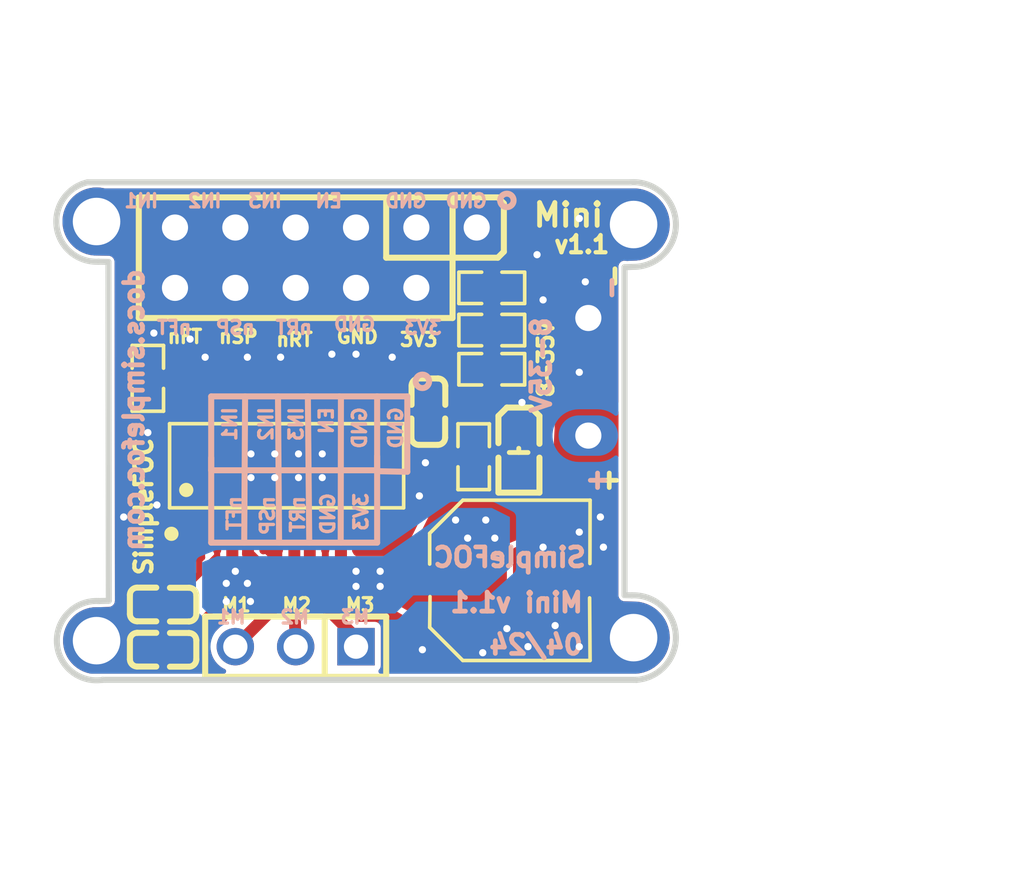
<source format=kicad_pcb>
(kicad_pcb (version 20240108) (generator "pcbnew") (generator_version "8.0")
  (layers (0 "F.Cu" signal "TopLayer") (31 "B.Cu" signal "BottomLayer") (34 "B.Paste" user "BottomPasteMaskLayer") (35 "F.Paste" user "TopPasteMaskLayer") (36 "B.SilkS" user "BottomSilkLayer") (37 "F.SilkS" user "TopSilkLayer") (38 "B.Mask" user "BottomSolderMaskLayer") (39 "F.Mask" user "TopSolderMaskLayer") (44 "Edge.Cuts" user "BoardOutLine"))
  (net 0 "")
  (net 1 "EN")
  (net 2 "R4_1")
  (net 3 "NSLP")
  (net 4 "NFLT")
  (net 5 "NRES")
  (net 6 "VCC")
  (net 7 "GND")
  (net 8 "3.3V")
  (net 9 "U1_5")
  (net 10 "U1_9")
  (net 11 "U1_8")
  (net 12 "IN1")
  (net 13 "U1_25")
  (net 14 "IN3")
  (net 15 "U1_2")
  (net 16 "LED1_1")
  (net 17 "U1_1")
  (net 18 "U1_3")
  (net 19 "U1_21")
  (net 20 "U1_19")
  (footprint "R0603" (layer "F.Cu") (at 137.714 100.287 -90)
    (property "Reference" "R4" (hide yes))
    (property "Value" "10kΩ" (hide yes))
    (fp_line (start -1.3851 0.6606) (end -1.3851 -0.6606) (stroke (width 0.1524)) (layer "F.SilkS"))
    (fp_line (start -0.4262 0.6606) (end -1.3851 0.6606) (stroke (width 0.1524)) (layer "F.SilkS"))
    (fp_line (start 0.4262 0.6606) (end 1.3851 0.6606) (stroke (width 0.1524)) (layer "F.SilkS"))
    (fp_line (start 1.3851 0.6606) (end 1.3851 -0.6606) (stroke (width 0.1524)) (layer "F.SilkS"))
    (fp_line (start -1.3851 -0.6606) (end -0.4262 -0.6606) (stroke (width 0.1524)) (layer "F.SilkS"))
    (fp_line (start 1.3851 -0.6606) (end 0.4262 -0.6606) (stroke (width 0.1524)) (layer "F.SilkS"))
    (pad "1" smd rect (at -0.7534 0 270) (size 0.8065 0.864) (layers "F.Cu" "F.Paste" "F.Mask") (net 2 "R4_1"))
    (pad "2" smd rect (at 0.7534 0 270) (size 0.8065 0.864) (layers "F.Cu" "F.Paste" "F.Mask") (net 1 "EN"))
  )
  (footprint "R0603" (layer "F.Cu") (at 151.43 103.589 90)
    (property "Reference" "R5" (hide yes))
    (property "Value" "1kΩ" (hide yes))
    (fp_line (start 1.3851 -0.6606) (end 0.4262 -0.6606) (stroke (width 0.1524)) (layer "F.SilkS"))
    (fp_line (start -1.3851 -0.6606) (end -0.4262 -0.6606) (stroke (width 0.1524)) (layer "F.SilkS"))
    (fp_line (start 1.3851 0.6606) (end 1.3851 -0.6606) (stroke (width 0.1524)) (layer "F.SilkS"))
    (fp_line (start 0.4262 0.6606) (end 1.3851 0.6606) (stroke (width 0.1524)) (layer "F.SilkS"))
    (fp_line (start -0.4262 0.6606) (end -1.3851 0.6606) (stroke (width 0.1524)) (layer "F.SilkS"))
    (fp_line (start -1.3851 0.6606) (end -1.3851 -0.6606) (stroke (width 0.1524)) (layer "F.SilkS"))
    (pad "1" smd rect (at -0.7534 0 90) (size 0.8065 0.864) (layers "F.Cu" "F.Paste" "F.Mask") (net 6 "VCC"))
    (pad "2" smd rect (at 0.7534 0 90) (size 0.8065 0.864) (layers "F.Cu" "F.Paste" "F.Mask") (net 16 "LED1_1"))
  )
  (footprint "Pad_gge5250" (layer "F.Cu") (at 158.161 111.209)
    (property "Reference" "Pad_gge5250" (hide yes))
    (property "Value" "Pad_gge5250" (hide yes))
    (pad "5" thru_hole oval (at 0 0 180) (size 2 2) (drill 2) (layers "*.Cu" "*.Mask") (net 7 "GND"))
  )
  (footprint "CAP-SMD_BD6.3-L6.6-W6.6-FD" (layer "F.Cu") (at 152.954 108.796)
    (property "Reference" "C3" (hide yes))
    (property "Value" "100uF" (hide yes))
    (fp_line (start -3.3762 -1.98) (end -3.3762 -0.6858) (stroke (width 0.1524)) (layer "F.SilkS"))
    (fp_line (start -3.3757 1.9812) (end -3.3623 0.6858) (stroke (width 0.1524)) (layer "F.SilkS"))
    (fp_line (start -1.9812 3.3757) (end -3.3757 1.9812) (stroke (width 0.1524)) (layer "F.SilkS"))
    (fp_line (start -1.98 -3.3762) (end -3.3762 -1.98) (stroke (width 0.1524)) (layer "F.SilkS"))
    (fp_line (start 3.3556 0.7393) (end 3.3757 3.3757) (stroke (width 0.1524)) (layer "F.SilkS"))
    (fp_line (start 3.3695 -0.7077) (end 3.3762 -3.3762) (stroke (width 0.1524)) (layer "F.SilkS"))
    (fp_line (start 3.3757 3.3757) (end -1.9812 3.3757) (stroke (width 0.1524)) (layer "F.SilkS"))
    (fp_line (start 3.3762 -3.3762) (end -1.98 -3.3762) (stroke (width 0.1524)) (layer "F.SilkS"))
    (pad "1" smd rect (at -2.67 0) (size 3.5 1.2) (layers "F.Cu" "F.Paste" "F.Mask") (net 6 "VCC"))
    (pad "2" smd rect (at 2.67 0) (size 3.5 1.2) (layers "F.Cu" "F.Paste" "F.Mask") (net 7 "GND"))
    (zone (net 0) (net_name "") (layer "F.SilkS") (priority 100) (connect_pads yes (clearance 0)) (min_thickness 0) (fill yes (thermal_gap 0.5) (thermal_bridge_width 0.5))
      (polygon (pts (xy 149.852 110.215) (xy 149.852 110.413) (xy 150.644 110.413) (xy 150.644 110.215)))
    )
    (zone (net 0) (net_name "") (layer "F.SilkS") (priority 100) (connect_pads yes (clearance 0)) (min_thickness 0) (fill yes (thermal_gap 0.5) (thermal_bridge_width 0.5))
      (polygon (pts (xy 150.149 109.654) (xy 150.149 110.974) (xy 150.347 110.974) (xy 150.347 109.654)))
    )
    (zone (net 0) (net_name "") (layer "F.SilkS") (priority 100) (connect_pads yes (clearance 0)) (min_thickness 0) (fill yes (thermal_gap 0.5) (thermal_bridge_width 0.5))
      (polygon (pts (xy 156.056 110.215) (xy 156.056 110.413) (xy 155.264 110.413) (xy 155.264 110.215)))
    )
  )
  (footprint "LED0603-R-RD" (layer "F.Cu") (at 153.335 103.335 -90)
    (property "Reference" "LED1" (hide yes))
    (property "Value" "19-213/Y2C-CQ2R2L/3T(CY)" (hide yes))
    (fp_line (start -1.4605 0.8636) (end -1.8161 0.508) (stroke (width 0.254)) (layer "F.SilkS"))
    (fp_line (start -0.3175 0.8636) (end -1.4605 0.8636) (stroke (width 0.254)) (layer "F.SilkS"))
    (fp_line (start 1.7653 0.8636) (end 0.2921 0.8636) (stroke (width 0.254)) (layer "F.SilkS"))
    (fp_line (start 1.7653 0.8636) (end 1.7653 -0.8636) (stroke (width 0.254)) (layer "F.SilkS"))
    (fp_line (start -1.8161 0.508) (end -1.8161 -0.508) (stroke (width 0.254)) (layer "F.SilkS"))
    (fp_line (start 0.0762 0.4064) (end 0.0762 -0.381) (stroke (width 0.203)) (layer "F.SilkS"))
    (fp_line (start 0.0762 0.008) (end -0.0992 0.008) (stroke (width 0.203)) (layer "F.SilkS"))
    (fp_line (start -1.8161 -0.508) (end -1.4605 -0.8636) (stroke (width 0.254)) (layer "F.SilkS"))
    (fp_line (start -0.2921 -0.8636) (end -1.4605 -0.8636) (stroke (width 0.254)) (layer "F.SilkS"))
    (fp_line (start 1.7653 -0.8636) (end 0.2921 -0.8636) (stroke (width 0.254)) (layer "F.SilkS"))
    (pad "1" smd rect (at 0.8509 0) (size 0.8 0.8) (layers "F.Cu" "F.Paste" "F.Mask") (net 16 "LED1_1"))
    (pad "2" smd rect (at -0.8509 0) (size 0.8 0.8) (layers "F.Cu" "F.Paste" "F.Mask") (net 7 "GND"))
  )
  (footprint "HDR-TH_3P-P2.54-V-F" (layer "F.Cu") (at 143.937 111.59 180)
    (property "Reference" "P1" (hide yes))
    (property "Value" "Header-Female-2.54_1x3" (hide yes))
    (fp_line (start 3.81 -1.27) (end 3.81 1.27) (stroke (width 0.254)) (layer "F.SilkS"))
    (fp_line (start -1.2216 -1.27) (end -1.2216 1.27) (stroke (width 0.254)) (layer "F.SilkS"))
    (fp_line (start -3.81 1.27) (end 3.81 1.27) (stroke (width 0.254)) (layer "F.SilkS"))
    (fp_line (start -3.81 -1.27) (end 3.81 -1.27) (stroke (width 0.254)) (layer "F.SilkS"))
    (fp_line (start -3.81 -1.27) (end -3.81 1.27) (stroke (width 0.254)) (layer "F.SilkS"))
    (pad "1" thru_hole rect (at -2.54 0 180) (size 1.5748 1.5748) (drill 1.02) (layers "*.Cu" "*.Mask") (net 10 "U1_9"))
    (pad "2" thru_hole oval (at 0 0 180) (size 1.5748 1.5748) (drill 1.02) (layers "*.Cu" "*.Mask") (net 11 "U1_8"))
    (pad "3" thru_hole oval (at 2.54 0 180) (size 1.5748 1.5748) (drill 1.02) (layers "*.Cu" "*.Mask") (net 9 "U1_5"))
  )
  (footprint "R0603" (layer "F.Cu") (at 152.192 98.255 180)
    (property "Reference" "R2" (hide yes))
    (property "Value" "10kΩ" (hide yes))
    (fp_line (start 1.3851 0.6606) (end 1.3851 -0.6606) (stroke (width 0.1524)) (layer "F.SilkS"))
    (fp_line (start 1.3851 -0.6606) (end 0.4262 -0.6606) (stroke (width 0.1524)) (layer "F.SilkS"))
    (fp_line (start 0.4262 0.6606) (end 1.3851 0.6606) (stroke (width 0.1524)) (layer "F.SilkS"))
    (fp_line (start -0.4262 0.6606) (end -1.3851 0.6606) (stroke (width 0.1524)) (layer "F.SilkS"))
    (fp_line (start -1.3851 0.6606) (end -1.3851 -0.6606) (stroke (width 0.1524)) (layer "F.SilkS"))
    (fp_line (start -1.3851 -0.6606) (end -0.4262 -0.6606) (stroke (width 0.1524)) (layer "F.SilkS"))
    (pad "1" smd rect (at -0.7534 0 180) (size 0.8065 0.864) (layers "F.Cu" "F.Paste" "F.Mask") (net 8 "3.3V"))
    (pad "2" smd rect (at 0.7534 0 180) (size 0.8065 0.864) (layers "F.Cu" "F.Paste" "F.Mask") (net 3 "NSLP"))
  )
  (footprint "Pad_gge7437" (layer "F.Cu") (at 158.161 93.81)
    (property "Reference" "Pad_gge7437" (hide yes))
    (property "Value" "Pad_gge7437" (hide yes))
    (pad "5" thru_hole oval (at 0 0 180) (size 2 2) (drill 2) (layers "*.Cu" "*.Mask") (net 7 "GND"))
  )
  (footprint "Pad_gge5124" (layer "F.Cu") (at 156.256 97.747)
    (property "Reference" "Pad_gge5124" (hide yes))
    (property "Value" "Pad_gge5124" (hide yes))
    (pad "2" thru_hole oval (at 0 0 90) (size 1.7 2.5) (drill 1.1) (layers "*.Cu" "*.Mask") (net 7 "GND"))
  )
  (footprint "Pad_gge5154" (layer "F.Cu") (at 156.256 102.7)
    (property "Reference" "Pad_gge5154" (hide yes))
    (property "Value" "Pad_gge5154" (hide yes))
    (pad "3" thru_hole oval (at 0 0 90) (size 1.7 2.5) (drill 1.1) (layers "*.Cu" "*.Mask") (net 6 "VCC"))
  )
  (footprint "HDR-TH_10P-P2.54-V-F-R2-C5-S2.54" (layer "F.Cu") (at 143.937 95.207 180)
    (property "Reference" "H1" (hide yes))
    (property "Value" "Female header2.54mm2*5p Straight" (hide yes))
    (fp_line (start 6.604 2.54) (end -6.604 2.54) (stroke (width 0.254)) (layer "F.SilkS"))
    (fp_line (start 6.604 -2.54) (end 6.604 2.54) (stroke (width 0.254)) (layer "F.SilkS"))
    (fp_line (start -3.81 2.54) (end -6.604 2.54) (stroke (width 0.254)) (layer "F.SilkS"))
    (fp_line (start -3.81 0) (end -3.81 2.54) (stroke (width 0.254)) (layer "F.SilkS"))
    (fp_line (start -6.604 2.54) (end -6.604 0) (stroke (width 0.254)) (layer "F.SilkS"))
    (fp_line (start -6.604 2.54) (end -6.604 -2.54) (stroke (width 0.254)) (layer "F.SilkS"))
    (fp_line (start -6.604 0) (end -3.81 0) (stroke (width 0.254)) (layer "F.SilkS"))
    (fp_line (start -6.604 -2.54) (end 6.604 -2.54) (stroke (width 0.254)) (layer "F.SilkS"))
    (pad "1" thru_hole oval (at -5.08 1.27 180) (size 1.5748 1.5748) (drill 1.1) (layers "*.Cu" "*.Mask") (net 7 "GND"))
    (pad "2" thru_hole oval (at -5.08 -1.27 180) (size 1.7 1.7) (drill 1.1) (layers "*.Cu" "*.Mask") (net 8 "3.3V"))
    (pad "3" thru_hole oval (at -2.54 1.27 180) (size 1.7 1.7) (drill 1.1) (layers "*.Cu" "*.Mask") (net 2 "R4_1"))
    (pad "4" thru_hole oval (at -2.54 -1.27 180) (size 1.7 1.7) (drill 1.1) (layers "*.Cu" "*.Mask") (net 7 "GND"))
    (pad "5" thru_hole oval (at 0 1.27 180) (size 1.7 1.7) (drill 1.1) (layers "*.Cu" "*.Mask") (net 14 "IN3"))
    (pad "6" thru_hole oval (at 0 -1.27 180) (size 1.7 1.7) (drill 1.1) (layers "*.Cu" "*.Mask") (net 5 "NRES"))
    (pad "7" thru_hole oval (at 2.54 1.27 180) (size 1.7 1.7) (drill 1.1) (layers "*.Cu" "*.Mask") (net 13 "U1_25"))
    (pad "8" thru_hole oval (at 2.54 -1.27 180) (size 1.7 1.7) (drill 1.1) (layers "*.Cu" "*.Mask") (net 3 "NSLP"))
    (pad "9" thru_hole oval (at 5.08 1.27 180) (size 1.7 1.7) (drill 1.1) (layers "*.Cu" "*.Mask") (net 12 "IN1"))
    (pad "10" thru_hole oval (at 5.08 -1.27 180) (size 1.7 1.7) (drill 1.1) (layers "*.Cu" "*.Mask") (net 4 "NFLT"))
  )
  (footprint "Pad_gge9415" (layer "F.Cu") (at 151.557 93.937)
    (property "Reference" "Pad_gge9415" (hide yes))
    (property "Value" "Pad_gge9415" (hide yes))
    (pad "1" thru_hole oval (at 0 0 180) (size 1.5748 1.5748) (drill 1.1) (layers "*.Cu" "*.Mask") (net 7 "GND"))
  )
  (footprint "R0603" (layer "F.Cu") (at 152.192 99.906 180)
    (property "Reference" "R3" (hide yes))
    (property "Value" "10kΩ" (hide yes))
    (fp_line (start 1.3851 0.6606) (end 1.3851 -0.6606) (stroke (width 0.1524)) (layer "F.SilkS"))
    (fp_line (start 1.3851 -0.6606) (end 0.4262 -0.6606) (stroke (width 0.1524)) (layer "F.SilkS"))
    (fp_line (start 0.4262 0.6606) (end 1.3851 0.6606) (stroke (width 0.1524)) (layer "F.SilkS"))
    (fp_line (start -0.4262 0.6606) (end -1.3851 0.6606) (stroke (width 0.1524)) (layer "F.SilkS"))
    (fp_line (start -1.3851 0.6606) (end -1.3851 -0.6606) (stroke (width 0.1524)) (layer "F.SilkS"))
    (fp_line (start -1.3851 -0.6606) (end -0.4262 -0.6606) (stroke (width 0.1524)) (layer "F.SilkS"))
    (pad "1" smd rect (at -0.7534 0 180) (size 0.8065 0.864) (layers "F.Cu" "F.Paste" "F.Mask") (net 8 "3.3V"))
    (pad "2" smd rect (at 0.7534 0 180) (size 0.8065 0.864) (layers "F.Cu" "F.Paste" "F.Mask") (net 5 "NRES"))
  )
  (footprint "HTSSOP-28_L9.8-W4.5-P0.65-LS6.6-BL-EP" (layer "F.Cu") (at 143.556 103.97)
    (property "Reference" "U1" (hide yes))
    (property "Value" "DRV8313PWPR" (hide yes))
    (fp_line (start -4.9262 -1.7715) (end 4.9262 -1.7715) (stroke (width 0.1524)) (layer "F.SilkS"))
    (fp_line (start -4.9262 1.7713) (end -4.9262 -1.7715) (stroke (width 0.1524)) (layer "F.SilkS"))
    (fp_line (start 4.9262 -1.7715) (end 4.9262 1.7713) (stroke (width 0.1524)) (layer "F.SilkS"))
    (fp_line (start 4.9262 1.7713) (end -4.9262 1.7713) (stroke (width 0.1524)) (layer "F.SilkS"))
    (fp_circle (center -4.8489 2.8659) (end -4.6988 2.8659) (stroke (width 0.3)) (fill none) (layer "F.SilkS"))
    (fp_circle (center -4.225 1.019) (end -4.0749 1.019) (stroke (width 0.3)) (fill none) (layer "F.SilkS"))
    (pad "" thru_hole circle (at -1.4999 -0.4999) (size 0.6 0.6) (drill 0.3) (layers "*.Cu" "*.Mask"))
    (pad "" thru_hole circle (at -1.4999 0.5001) (size 0.6 0.6) (drill 0.3) (layers "*.Cu" "*.Mask"))
    (pad "" thru_hole circle (at -0.4999 -0.4999) (size 0.6 0.6) (drill 0.3) (layers "*.Cu" "*.Mask"))
    (pad "" thru_hole circle (at -0.4999 0.5001) (size 0.6 0.6) (drill 0.3) (layers "*.Cu" "*.Mask"))
    (pad "" thru_hole circle (at 0.5001 -0.4999) (size 0.6 0.6) (drill 0.3) (layers "*.Cu" "*.Mask"))
    (pad "" thru_hole circle (at 0.5001 0.5001) (size 0.6 0.6) (drill 0.3) (layers "*.Cu" "*.Mask"))
    (pad "" thru_hole circle (at 1.5001 -0.4999) (size 0.6 0.6) (drill 0.3) (layers "*.Cu" "*.Mask"))
    (pad "" thru_hole circle (at 1.5001 0.5001) (size 0.6 0.6) (drill 0.3) (layers "*.Cu" "*.Mask"))
    (pad "1" smd oval (at -4.225 2.8659) (size 0.343 1.7315) (layers "F.Cu" "F.Paste" "F.Mask") (net 17 "U1_1"))
    (pad "2" smd oval (at -3.575 2.8659) (size 0.343 1.7315) (layers "F.Cu" "F.Paste" "F.Mask") (net 15 "U1_2"))
    (pad "3" smd oval (at -2.9251 2.8659) (size 0.343 1.7315) (layers "F.Cu" "F.Paste" "F.Mask") (net 18 "U1_3"))
    (pad "4" smd oval (at -2.2751 2.8659) (size 0.343 1.7315) (layers "F.Cu" "F.Paste" "F.Mask") (net 6 "VCC"))
    (pad "5" smd oval (at -1.6251 2.8659) (size 0.343 1.7315) (layers "F.Cu" "F.Paste" "F.Mask") (net 9 "U1_5"))
    (pad "6" smd oval (at -0.9751 2.8659) (size 0.343 1.7315) (layers "F.Cu" "F.Paste" "F.Mask") (net 7 "GND"))
    (pad "7" smd oval (at -0.3249 2.8659) (size 0.343 1.7315) (layers "F.Cu" "F.Paste" "F.Mask") (net 7 "GND"))
    (pad "8" smd oval (at 0.3251 2.8659) (size 0.343 1.7315) (layers "F.Cu" "F.Paste" "F.Mask") (net 11 "U1_8"))
    (pad "9" smd oval (at 0.9751 2.8659) (size 0.343 1.7315) (layers "F.Cu" "F.Paste" "F.Mask") (net 10 "U1_9"))
    (pad "10" smd oval (at 1.6251 2.8659) (size 0.343 1.7315) (layers "F.Cu" "F.Paste" "F.Mask") (net 7 "GND"))
    (pad "11" smd oval (at 2.2751 2.8659) (size 0.343 1.7315) (layers "F.Cu" "F.Paste" "F.Mask") (net 6 "VCC"))
    (pad "12" smd oval (at 2.9251 2.8659) (size 0.343 1.7315) (layers "F.Cu" "F.Paste" "F.Mask") (net 7 "GND"))
    (pad "13" smd oval (at 3.575 2.8659) (size 0.343 1.7315) (layers "F.Cu" "F.Paste" "F.Mask") (net 7 "GND"))
    (pad "14" smd oval (at 4.225 2.8659) (size 0.343 1.7315) (layers "F.Cu" "F.Paste" "F.Mask") (net 7 "GND"))
    (pad "15" smd oval (at 4.225 -2.8656) (size 0.343 1.7315) (layers "F.Cu" "F.Paste" "F.Mask") (net 8 "3.3V"))
    (pad "16" smd oval (at 3.575 -2.8656) (size 0.343 1.7315) (layers "F.Cu" "F.Paste" "F.Mask") (net 5 "NRES"))
    (pad "17" smd oval (at 2.9251 -2.8656) (size 0.343 1.7315) (layers "F.Cu" "F.Paste" "F.Mask") (net 3 "NSLP"))
    (pad "18" smd oval (at 2.2751 -2.8656) (size 0.343 1.7315) (layers "F.Cu" "F.Paste" "F.Mask") (net 4 "NFLT"))
    (pad "19" smd oval (at 1.6251 -2.8656) (size 0.343 1.7315) (layers "F.Cu" "F.Paste" "F.Mask") (net 20 "U1_19"))
    (pad "20" smd oval (at 0.9751 -2.8656) (size 0.343 1.7315) (layers "F.Cu" "F.Paste" "F.Mask") (net 7 "GND"))
    (pad "21" smd oval (at 0.3251 -2.8656) (size 0.343 1.7315) (layers "F.Cu" "F.Paste" "F.Mask") (net 19 "U1_21"))
    (pad "22" smd oval (at -0.3249 -2.8656) (size 0.343 1.7315) (layers "F.Cu" "F.Paste" "F.Mask") (net 1 "EN"))
    (pad "23" smd oval (at -0.9751 -2.8656) (size 0.343 1.7315) (layers "F.Cu" "F.Paste" "F.Mask") (net 14 "IN3"))
    (pad "24" smd oval (at -1.6251 -2.8656) (size 0.343 1.7315) (layers "F.Cu" "F.Paste" "F.Mask") (net 1 "EN"))
    (pad "25" smd oval (at -2.2751 -2.8656) (size 0.343 1.7315) (layers "F.Cu" "F.Paste" "F.Mask") (net 13 "U1_25"))
    (pad "26" smd oval (at -2.9251 -2.8656) (size 0.343 1.7315) (layers "F.Cu" "F.Paste" "F.Mask") (net 1 "EN"))
    (pad "27" smd oval (at -3.575 -2.8656) (size 0.343 1.7315) (layers "F.Cu" "F.Paste" "F.Mask") (net 12 "IN1"))
    (pad "28" smd oval (at -4.225 -2.8656) (size 0.343 1.7315) (layers "F.Cu" "F.Paste" "F.Mask") (net 7 "GND"))
    (pad "29" smd rect (at 0 0) (size 6.2 2.75) (layers "F.Cu" "F.Paste" "F.Mask") (net 7 "GND"))
  )
  (footprint "R0603" (layer "F.Cu") (at 152.192 96.477 180)
    (property "Reference" "R1" (hide yes))
    (property "Value" "10kΩ" (hide yes))
    (fp_line (start 1.3851 0.6606) (end 1.3851 -0.6606) (stroke (width 0.1524)) (layer "F.SilkS"))
    (fp_line (start 1.3851 -0.6606) (end 0.4262 -0.6606) (stroke (width 0.1524)) (layer "F.SilkS"))
    (fp_line (start 0.4262 0.6606) (end 1.3851 0.6606) (stroke (width 0.1524)) (layer "F.SilkS"))
    (fp_line (start -0.4262 0.6606) (end -1.3851 0.6606) (stroke (width 0.1524)) (layer "F.SilkS"))
    (fp_line (start -1.3851 0.6606) (end -1.3851 -0.6606) (stroke (width 0.1524)) (layer "F.SilkS"))
    (fp_line (start -1.3851 -0.6606) (end -0.4262 -0.6606) (stroke (width 0.1524)) (layer "F.SilkS"))
    (pad "1" smd rect (at -0.7534 0 180) (size 0.8065 0.864) (layers "F.Cu" "F.Paste" "F.Mask") (net 8 "3.3V"))
    (pad "2" smd rect (at 0.7534 0 180) (size 0.8065 0.864) (layers "F.Cu" "F.Paste" "F.Mask") (net 4 "NFLT"))
  )
  (footprint "C0603" (layer "F.Cu") (at 138.349 109.812 180)
    (property "Reference" "C1" (hide yes))
    (property "Value" "100nF" (hide yes))
    (fp_line (start 1.39 -0.3998) (end 1.39 0.4003) (stroke (width 0.254)) (layer "F.SilkS"))
    (fp_line (start 0.2803 0.71) (end 1.0802 0.71) (stroke (width 0.254)) (layer "F.SilkS"))
    (fp_line (start 0.2803 -0.7096) (end 1.0802 -0.7096) (stroke (width 0.254)) (layer "F.SilkS"))
    (fp_line (start -0.2956 0.7042) (end -1.0956 0.7042) (stroke (width 0.254)) (layer "F.SilkS"))
    (fp_line (start -0.2956 -0.7154) (end -1.0956 -0.7154) (stroke (width 0.254)) (layer "F.SilkS"))
    (fp_line (start -1.4055 -0.4056) (end -1.4055 0.3944) (stroke (width 0.254)) (layer "F.SilkS"))
    (fp_arc (start 1.39 0.4002) (mid 1.299262 0.619262) (end 1.0802 0.71) (stroke (width 0.254)) (layer "F.SilkS"))
    (fp_arc (start 1.0802 -0.7096) (mid 1.299262 -0.618862) (end 1.39 -0.3998) (stroke (width 0.254)) (layer "F.SilkS"))
    (fp_arc (start -1.0957 0.7042) (mid -1.314762 0.613462) (end -1.4055 0.3944) (stroke (width 0.254)) (layer "F.SilkS"))
    (fp_arc (start -1.4055 -0.4056) (mid -1.314762 -0.624662) (end -1.0957 -0.7154) (stroke (width 0.254)) (layer "F.SilkS"))
    (pad "1" smd rect (at -0.7 0 180) (size 0.8 0.9) (layers "F.Cu" "F.Paste" "F.Mask") (net 15 "U1_2"))
    (pad "2" smd rect (at 0.7 0 180) (size 0.8 0.9) (layers "F.Cu" "F.Paste" "F.Mask") (net 17 "U1_1"))
  )
  (footprint "Pad_gge5349" (layer "F.Cu") (at 135.555 111.336)
    (property "Reference" "Pad_gge5349" (hide yes))
    (property "Value" "Pad_gge5349" (hide yes))
    (pad "5" thru_hole oval (at 0 0 180) (size 2 2) (drill 2) (layers "*.Cu" "*.Mask") (net 7 "GND"))
  )
  (footprint "Pad_gge5325" (layer "F.Cu") (at 135.555 93.683)
    (property "Reference" "Pad_gge5325" (hide yes))
    (property "Value" "Pad_gge5325" (hide yes))
    (pad "5" thru_hole oval (at 0 0 180) (size 2 2) (drill 2) (layers "*.Cu" "*.Mask") (net 7 "GND"))
  )
  (footprint "C0603" (layer "F.Cu") (at 149.525 101.684 90)
    (property "Reference" "C4" (hide yes))
    (property "Value" "470nF" (hide yes))
    (fp_line (start -0.2956 -0.7154) (end -1.0956 -0.7154) (stroke (width 0.254)) (layer "F.SilkS"))
    (fp_line (start 0.2803 -0.7096) (end 1.0802 -0.7096) (stroke (width 0.254)) (layer "F.SilkS"))
    (fp_line (start -1.4055 -0.4056) (end -1.4055 0.3944) (stroke (width 0.254)) (layer "F.SilkS"))
    (fp_line (start 1.39 -0.3998) (end 1.39 0.4003) (stroke (width 0.254)) (layer "F.SilkS"))
    (fp_line (start -0.2956 0.7042) (end -1.0956 0.7042) (stroke (width 0.254)) (layer "F.SilkS"))
    (fp_line (start 0.2803 0.71) (end 1.0802 0.71) (stroke (width 0.254)) (layer "F.SilkS"))
    (fp_arc (start 1.0802 -0.7096) (mid 1.299262 -0.618862) (end 1.39 -0.3998) (stroke (width 0.254)) (layer "F.SilkS"))
    (fp_arc (start -1.4055 -0.4056) (mid -1.314762 -0.624662) (end -1.0957 -0.7154) (stroke (width 0.254)) (layer "F.SilkS"))
    (fp_arc (start 1.39 0.4002) (mid 1.299262 0.619262) (end 1.0802 0.71) (stroke (width 0.254)) (layer "F.SilkS"))
    (fp_arc (start -1.0957 0.7042) (mid -1.314762 0.613462) (end -1.4055 0.3944) (stroke (width 0.254)) (layer "F.SilkS"))
    (pad "1" smd rect (at -0.7 0 90) (size 0.8 0.9) (layers "F.Cu" "F.Paste" "F.Mask") (net 7 "GND"))
    (pad "2" smd rect (at 0.7 0 90) (size 0.8 0.9) (layers "F.Cu" "F.Paste" "F.Mask") (net 8 "3.3V"))
  )
  (footprint "C0603" (layer "F.Cu") (at 138.349 111.717 180)
    (property "Reference" "C2" (hide yes))
    (property "Value" "100nF" (hide yes))
    (fp_line (start 1.39 -0.3998) (end 1.39 0.4003) (stroke (width 0.254)) (layer "F.SilkS"))
    (fp_line (start 0.2803 0.71) (end 1.0802 0.71) (stroke (width 0.254)) (layer "F.SilkS"))
    (fp_line (start 0.2803 -0.7096) (end 1.0802 -0.7096) (stroke (width 0.254)) (layer "F.SilkS"))
    (fp_line (start -0.2956 0.7042) (end -1.0956 0.7042) (stroke (width 0.254)) (layer "F.SilkS"))
    (fp_line (start -0.2956 -0.7154) (end -1.0956 -0.7154) (stroke (width 0.254)) (layer "F.SilkS"))
    (fp_line (start -1.4055 -0.4056) (end -1.4055 0.3944) (stroke (width 0.254)) (layer "F.SilkS"))
    (fp_arc (start 1.39 0.4002) (mid 1.299262 0.619262) (end 1.0802 0.71) (stroke (width 0.254)) (layer "F.SilkS"))
    (fp_arc (start 1.0802 -0.7096) (mid 1.299262 -0.618862) (end 1.39 -0.3998) (stroke (width 0.254)) (layer "F.SilkS"))
    (fp_arc (start -1.0957 0.7042) (mid -1.314762 0.613462) (end -1.4055 0.3944) (stroke (width 0.254)) (layer "F.SilkS"))
    (fp_arc (start -1.4055 -0.4056) (mid -1.314762 -0.624662) (end -1.0957 -0.7154) (stroke (width 0.254)) (layer "F.SilkS"))
    (pad "1" smd rect (at -0.7 0 180) (size 0.8 0.9) (layers "F.Cu" "F.Paste" "F.Mask") (net 6 "VCC"))
    (pad "2" smd rect (at 0.7 0 180) (size 0.8 0.9) (layers "F.Cu" "F.Paste" "F.Mask") (net 18 "U1_3"))
  )
  (gr_circle (center 149.271 100.414) (end 149.555 100.414) (stroke (width 0.254)) (fill none) (layer "B.SilkS"))
  (gr_line (start 140.381 107.2085) (end 147.366 107.2085) (stroke (width 0.254)) (layer "B.SilkS"))
  (gr_line (start 145.842 101.1197) (end 145.8326 107.2085) (stroke (width 0.254)) (layer "B.SilkS"))
  (gr_line (start 147.366 107.2085) (end 147.366 101.049) (stroke (width 0.254)) (layer "B.SilkS"))
  (gr_line (start 140.381 103.6307) (end 140.381 104.1605) (stroke (width 0.254)) (layer "B.SilkS"))
  (gr_line (start 148.636 102.9291) (end 148.636 104.224) (stroke (width 0.254)) (layer "B.SilkS"))
  (gr_line (start 147.366 101.049) (end 140.381 101.049) (stroke (width 0.254)) (layer "B.SilkS"))
  (gr_line (start 144.3739 101.049) (end 144.4501 101.049) (stroke (width 0.254)) (layer "B.SilkS"))
  (gr_line (start 143.1932 101.049) (end 143.2385 107.2085) (stroke (width 0.254)) (layer "B.SilkS"))
  (gr_line (start 147.366 104.1605) (end 147.366 103.5672) (stroke (width 0.254)) (layer "B.SilkS"))
  (gr_line (start 140.381 101.049) (end 140.381 107.2085) (stroke (width 0.254)) (layer "B.SilkS"))
  (gr_line (start 148.636 104.224) (end 147.366 104.1991) (stroke (width 0.254)) (layer "B.SilkS"))
  (gr_circle (center 152.827 92.794) (end 153.111 92.794) (stroke (width 0.254)) (fill none) (layer "B.SilkS"))
  (gr_line (start 148.636 101.049) (end 148.636 102.9291) (stroke (width 0.254)) (layer "B.SilkS"))
  (gr_line (start 141.8085 101.049) (end 141.7708 107.2085) (stroke (width 0.254)) (layer "B.SilkS"))
  (gr_line (start 144.4501 101.049) (end 144.5085 107.2085) (stroke (width 0.254)) (layer "B.SilkS"))
  (gr_line (start 140.381 104.1605) (end 147.366 104.1605) (stroke (width 0.254)) (layer "B.SilkS"))
  (gr_line (start 147.366 101.049) (end 148.636 101.049) (stroke (width 0.254)) (layer "B.SilkS"))
  (gr_line (start 145.7713 101.049) (end 145.842 101.1197) (stroke (width 0.254)) (layer "B.SilkS"))
  (gr_line (start 152.7 94.953) (end 152.446 95.207) (stroke (width 0.254)) (layer "F.SilkS"))
  (gr_line (start 152.446 95.207) (end 150.541 95.207) (stroke (width 0.254)) (layer "F.SilkS"))
  (gr_line (start 152.7 92.921) (end 152.7 94.953) (stroke (width 0.254)) (layer "F.SilkS"))
  (gr_line (start 150.541 92.667) (end 152.446 92.667) (stroke (width 0.254)) (layer "F.SilkS"))
  (gr_line (start 152.446 92.667) (end 152.7 92.921) (stroke (width 0.254)) (layer "F.SilkS"))
  (gr_line (start 135.647654 109.668098) (end 136.0706 109.6571) (stroke (width 0.254)) (layer "Edge.Cuts"))
  (gr_line (start 158.034083 92.032) (end 135.174043 92.032) (stroke (width 0.254)) (layer "Edge.Cuts"))
  (gr_arc (start 158.085422 109.428143) (mid 159.940575 111.107705) (end 158.288071 112.987) (stroke (width 0.254)) (layer "Edge.Cuts"))
  (gr_arc (start 135.632828 95.375566) (mid 133.876379 93.913317) (end 135.174043 92.032) (stroke (width 0.254)) (layer "Edge.Cuts"))
  (gr_line (start 158.085422 109.428143) (end 157.78 109.4208) (stroke (width 0.254)) (layer "Edge.Cuts"))
  (gr_line (start 136.0554 95.3823) (end 136.0706 109.6571) (stroke (width 0.254)) (layer "Edge.Cuts"))
  (gr_arc (start 135.809138 112.987) (mid 133.886414 111.417172) (end 135.647654 109.668098) (stroke (width 0.254)) (layer "Edge.Cuts"))
  (gr_line (start 158.14837 95.592403) (end 157.78 95.6083) (stroke (width 0.254)) (layer "Edge.Cuts"))
  (gr_arc (start 158.034083 92.032) (mid 159.942609 93.752773) (end 158.14837 95.592403) (stroke (width 0.254)) (layer "Edge.Cuts"))
  (gr_line (start 135.632828 95.375566) (end 136.0554 95.3823) (stroke (width 0.254)) (layer "Edge.Cuts"))
  (gr_line (start 157.78 95.6083) (end 157.78 109.4208) (stroke (width 0.254)) (layer "Edge.Cuts"))
  (gr_line (start 135.809138 112.987) (end 158.288071 112.987) (stroke (width 0.254)) (layer "Edge.Cuts"))
  (gr_text "IN2" (at 140.889 92.488 0) (layer "B.SilkS") (effects (font (size 0.56 0.56) (thickness 0.2032)) (justify left top mirror)))
  (gr_text "04/24" (at 156.129 111.044 0) (layer "B.SilkS") (effects (font (size 0.8 0.8) (thickness 0.2032)) (justify left top mirror)))
  (gr_text "M3" (at 147.112 110.014 0) (layer "B.SilkS") (effects (font (size 0.56 0.56) (thickness 0.2032)) (justify left top mirror)))
  (gr_text "IN1" (at 140.837 101.43 90) (layer "B.SilkS") (effects (font (size 0.56 0.56) (thickness 0.2032)) (justify left top mirror)))
  (gr_text "-" (at 156.726 95.842 90) (layer "B.SilkS") (effects (font (size 0.8 0.8) (thickness 0.2032)) (justify left top mirror)))
  (gr_text "8-35V" (at 153.805 97.62 90) (layer "B.SilkS") (effects (font (size 0.8 0.8) (thickness 0.2032)) (justify left top mirror)))
  (gr_text "nRT" (at 143.6945 105.1765 90) (layer "B.SilkS") (effects (font (size 0.56 0.56) (thickness 0.2032)) (justify left top mirror)))
  (gr_text "IN2" (at 142.361 101.43 90) (layer "B.SilkS") (effects (font (size 0.56 0.56) (thickness 0.2032)) (justify left top mirror)))
  (gr_text "+" (at 157.272 104.059 0) (layer "B.SilkS") (effects (font (size 0.8 0.8) (thickness 0.2032)) (justify left top mirror)))
  (gr_text "GND" (at 144.9645 105.0495 90) (layer "B.SilkS") (effects (font (size 0.56 0.56) (thickness 0.2032)) (justify left top mirror)))
  (gr_text "M2" (at 144.572 110.014 0) (layer "B.SilkS") (effects (font (size 0.56 0.56) (thickness 0.2032)) (justify left top mirror)))
  (gr_text "GND" (at 146.298 101.43 90) (layer "B.SilkS") (effects (font (size 0.56 0.56) (thickness 0.2032)) (justify left top mirror)))
  (gr_text "GND" (at 149.525 92.488 0) (layer "B.SilkS") (effects (font (size 0.56 0.56) (thickness 0.2032)) (justify left top mirror)))
  (gr_text "M1" (at 141.905 110.014 0) (layer "B.SilkS") (effects (font (size 0.56 0.56) (thickness 0.2032)) (justify left top mirror)))
  (gr_text "IN3" (at 143.631 101.43 90) (layer "B.SilkS") (effects (font (size 0.56 0.56) (thickness 0.2032)) (justify left top mirror)))
  (gr_text "3V3" (at 146.3615 105.0495 90) (layer "B.SilkS") (effects (font (size 0.56 0.56) (thickness 0.2032)) (justify left top mirror)))
  (gr_text "GND" (at 147.822 101.43 90) (layer "B.SilkS") (effects (font (size 0.56 0.56) (thickness 0.2032)) (justify left top mirror)))
  (gr_text "nSP" (at 142.286 97.822 0) (layer "B.SilkS") (effects (font (size 0.56 0.56) (thickness 0.2032)) (justify left top mirror)))
  (gr_text "Mini v1.1" (at 156.129 109.266 0) (layer "B.SilkS") (effects (font (size 0.8 0.8) (thickness 0.2032)) (justify left top mirror)))
  (gr_text "nRT" (at 144.699 97.822 0) (layer "B.SilkS") (effects (font (size 0.56 0.56) (thickness 0.2032)) (justify left top mirror)))
  (gr_text "nFT" (at 139.619 97.822 0) (layer "B.SilkS") (effects (font (size 0.56 0.56) (thickness 0.2032)) (justify left top mirror)))
  (gr_text "IN1" (at 138.222 92.488 0) (layer "B.SilkS") (effects (font (size 0.56 0.56) (thickness 0.2032)) (justify left top mirror)))
  (gr_text "SimpleFOC" (at 156.256 107.361 0) (layer "B.SilkS") (effects (font (size 0.8 0.8) (thickness 0.2032)) (justify left top mirror)))
  (gr_text "3V3" (at 150.16 97.822 0) (layer "B.SilkS") (effects (font (size 0.56 0.56) (thickness 0.2032)) (justify left top mirror)))
  (gr_text "EN" (at 144.901 101.43 90) (layer "B.SilkS") (effects (font (size 0.56 0.56) (thickness 0.2032)) (justify left top mirror)))
  (gr_text "GND" (at 152.065 92.488 0) (layer "B.SilkS") (effects (font (size 0.56 0.56) (thickness 0.2032)) (justify left top mirror)))
  (gr_text "IN3" (at 143.429 92.488 0) (layer "B.SilkS") (effects (font (size 0.56 0.56) (thickness 0.2032)) (justify left top mirror)))
  (gr_text "nFT" (at 141.0275 105.1765 90) (layer "B.SilkS") (effects (font (size 0.56 0.56) (thickness 0.2032)) (justify left top mirror)))
  (gr_text "EN" (at 145.969 92.488 0) (layer "B.SilkS") (effects (font (size 0.56 0.56) (thickness 0.2032)) (justify left top mirror)))
  (gr_text "nSP" (at 142.4245 105.1765 90) (layer "B.SilkS") (effects (font (size 0.56 0.56) (thickness 0.2032)) (justify left top mirror)))
  (gr_text "docs.simplefoc.com" (at 136.66 95.588 90) (layer "B.SilkS") (effects (font (size 0.8 0.8) (thickness 0.2032)) (justify left top mirror)))
  (gr_text "GND" (at 147.366 97.695 0) (layer "B.SilkS") (effects (font (size 0.56 0.56) (thickness 0.2032)) (justify left top mirror)))
  (gr_text "nFT" (at 138.476 98.203 0) (layer "F.SilkS") (effects (font (size 0.56 0.56) (thickness 0.2032)) (justify left top)))
  (gr_text "+" (at 156.51 104.059 0) (layer "F.SilkS") (effects (font (size 0.8 0.8) (thickness 0.2032)) (justify left top)))
  (gr_text "nSP" (at 140.635 98.203 0) (layer "F.SilkS") (effects (font (size 0.56 0.56) (thickness 0.2032)) (justify left top)))
  (gr_text "M3" (at 145.969 109.506 0) (layer "F.SilkS") (effects (font (size 0.56 0.56) (thickness 0.2032)) (justify left top)))
  (gr_text "nRT" (at 143.048 98.33 0) (layer "F.SilkS") (effects (font (size 0.56 0.56) (thickness 0.2032)) (justify left top)))
  (gr_text "-" (at 156.853 96.604 90) (layer "F.SilkS") (effects (font (size 0.8 0.8) (thickness 0.2032)) (justify left top)))
  (gr_text "8-35V" (at 154.092 101.176 90) (layer "F.SilkS") (effects (font (size 0.64 0.64) (thickness 0.2032)) (justify left top)))
  (gr_text "M1" (at 140.762 109.506 0) (layer "F.SilkS") (effects (font (size 0.56 0.56) (thickness 0.2032)) (justify left top)))
  (gr_text "M2" (at 143.302 109.506 0) (layer "F.SilkS") (effects (font (size 0.56 0.56) (thickness 0.2032)) (justify left top)))
  (gr_text "GND" (at 145.588 98.203 0) (layer "F.SilkS") (effects (font (size 0.56 0.56) (thickness 0.2032)) (justify left top)))
  (gr_text "3V3" (at 148.255 98.33 0) (layer "F.SilkS") (effects (font (size 0.56 0.56) (thickness 0.2032)) (justify left top)))
  (gr_text "v1.1" (at 154.732 94.233 0) (layer "F.SilkS") (effects (font (size 0.72 0.72) (thickness 0.2032)) (justify left top)))
  (gr_text "SimpleFOC" (at 137.121 108.669 90) (layer "F.SilkS") (effects (font (size 0.72 0.72) (thickness 0.2032)) (justify left top)))
  (gr_text "Mini" (at 153.843 92.85 0) (layer "F.SilkS") (effects (font (size 0.96 0.96) (thickness 0.2032)) (justify left top)))
  (segment (start 140.6309 99.9019) (end 140.127 99.398) (width 0.254) (layer "F.Cu") (net 1))
  (segment (start 141.905 99.398) (end 141.9309 99.4239) (width 0.254) (layer "F.Cu") (net 1))
  (segment (start 143.2312 99.4688) (end 143.2312 101.1044) (width 0.254) (layer "F.Cu") (net 1))
  (segment (start 143.302 99.398) (end 143.2312 99.4688) (width 0.254) (layer "F.Cu") (net 1))
  (segment (start 140.6309 101.1044) (end 140.6309 99.9019) (width 0.254) (layer "F.Cu") (net 1))
  (segment (start 141.9309 99.4239) (end 141.9309 101.1044) (width 0.254) (layer "F.Cu") (net 1))
  (segment (start 137.714 102.573) (end 137.714 101.0404) (width 0.254) (layer "F.Cu") (net 1))
  (via (at 137.714 102.573) (size 0.6096) (drill 0.3048) (layers "F.Cu" "B.Cu") (net 1))
  (via (at 140.127 99.398) (size 0.6096) (drill 0.3048) (layers "F.Cu" "B.Cu") (net 1))
  (via (at 143.302 99.398) (size 0.6096) (drill 0.3048) (layers "F.Cu" "B.Cu") (net 1))
  (via (at 141.905 99.398) (size 0.6096) (drill 0.3048) (layers "F.Cu" "B.Cu") (net 1))
  (segment (start 140.127 99.398) (end 137.714 101.811) (width 0.254) (layer "B.Cu") (net 1))
  (segment (start 140.254 99.398) (end 140.127 99.398) (width 0.254) (layer "B.Cu") (net 1))
  (segment (start 141.905 99.398) (end 140.254 99.398) (width 0.254) (layer "B.Cu") (net 1))
  (segment (start 137.714 101.811) (end 137.714 102.573) (width 0.254) (layer "B.Cu") (net 1))
  (segment (start 141.905 99.398) (end 143.302 99.398) (width 0.254) (layer "B.Cu") (net 1))
  (segment (start 137.968 98.382) (end 137.968 99.525) (width 0.254) (layer "F.Cu") (net 2))
  (segment (start 137.968 99.525) (end 137.714 99.525) (width 0.254) (layer "F.Cu") (net 2))
  (via (at 137.968 98.382) (size 0.6096) (drill 0.3048) (layers "F.Cu" "B.Cu") (net 2))
  (segment (start 146.477 93.937) (end 145.207 95.207) (width 0.254) (layer "B.Cu") (net 2))
  (segment (start 145.207 95.207) (end 138.095 95.207) (width 0.254) (layer "B.Cu") (net 2))
  (segment (start 137.333 97.747) (end 137.968 98.382) (width 0.254) (layer "B.Cu") (net 2))
  (segment (start 137.333 95.969) (end 137.333 97.747) (width 0.254) (layer "B.Cu") (net 2))
  (segment (start 138.095 95.207) (end 137.333 95.969) (width 0.254) (layer "B.Cu") (net 2))
  (segment (start 146.4821 101.1049) (end 146.477 101.0998) (width 0.254) (layer "F.Cu") (net 3))
  (segment (start 151.1846 98.509) (end 147.239 98.509) (width 0.254) (layer "F.Cu") (net 3))
  (segment (start 147.239 98.509) (end 146.477 99.271) (width 0.254) (layer "F.Cu") (net 3))
  (segment (start 146.477 101.0998) (end 146.477 99.271) (width 0.254) (layer "F.Cu") (net 3))
  (segment (start 151.4386 98.255) (end 151.1846 98.509) (width 0.254) (layer "F.Cu") (net 3))
  (via (at 146.477 99.271) (size 0.6096) (drill 0.3048) (layers "F.Cu" "B.Cu") (net 3))
  (segment (start 141.397 96.477) (end 142.667 97.747) (width 0.254) (layer "B.Cu") (net 3))
  (segment (start 142.667 97.747) (end 144.445 97.747) (width 0.254) (layer "B.Cu") (net 3))
  (segment (start 144.953 98.255) (end 145.969 98.255) (width 0.254) (layer "B.Cu") (net 3))
  (segment (start 144.445 97.747) (end 144.953 98.255) (width 0.254) (layer "B.Cu") (net 3))
  (segment (start 146.477 98.763) (end 146.477 99.271) (width 0.254) (layer "B.Cu") (net 3))
  (segment (start 145.969 98.255) (end 146.477 98.763) (width 0.254) (layer "B.Cu") (net 3))
  (segment (start 145.461 99.271) (end 145.8318 99.6418) (width 0.254) (layer "F.Cu") (net 4))
  (segment (start 145.588 98.509) (end 146.096 98.001) (width 0.254) (layer "F.Cu") (net 4))
  (segment (start 145.461 99.271) (end 145.588 99.144) (width 0.254) (layer "F.Cu") (net 4))
  (segment (start 150.541 97.366) (end 150.541 96.858) (width 0.254) (layer "F.Cu") (net 4))
  (segment (start 145.588 99.144) (end 145.588 98.509) (width 0.254) (layer "F.Cu") (net 4))
  (segment (start 149.906 98.001) (end 150.541 97.366) (width 0.254) (layer "F.Cu") (net 4))
  (segment (start 150.541 96.858) (end 150.795 96.477) (width 0.254) (layer "F.Cu") (net 4))
  (segment (start 150.795 96.477) (end 151.4386 96.477) (width 0.254) (layer "F.Cu") (net 4))
  (segment (start 145.8318 99.6418) (end 145.8318 101.1049) (width 0.254) (layer "F.Cu") (net 4))
  (segment (start 146.096 98.001) (end 149.906 98.001) (width 0.254) (layer "F.Cu") (net 4))
  (via (at 145.461 99.271) (size 0.6096) (drill 0.3048) (layers "F.Cu" "B.Cu") (net 4))
  (segment (start 144.953 99.271) (end 143.8367 98.1547) (width 0.254) (layer "B.Cu") (net 4))
  (segment (start 140.5347 98.1547) (end 138.857 96.477) (width 0.254) (layer "B.Cu") (net 4))
  (segment (start 143.8367 98.1547) (end 140.5347 98.1547) (width 0.254) (layer "B.Cu") (net 4))
  (segment (start 145.461 99.271) (end 144.953 99.271) (width 0.254) (layer "B.Cu") (net 4))
  (segment (start 148.001 99.398) (end 150.287 99.398) (width 0.254) (layer "F.Cu") (net 5))
  (segment (start 147.1323 99.8857) (end 147.1323 101.1049) (width 0.254) (layer "F.Cu") (net 5))
  (segment (start 147.62 99.398) (end 147.1323 99.8857) (width 0.254) (layer "F.Cu") (net 5))
  (segment (start 150.287 99.398) (end 150.795 99.906) (width 0.254) (layer "F.Cu") (net 5))
  (segment (start 148.001 99.398) (end 147.62 99.398) (width 0.254) (layer "F.Cu") (net 5))
  (segment (start 150.795 99.906) (end 151.4376 99.906) (width 0.254) (layer "F.Cu") (net 5))
  (via (at 148.001 99.398) (size 0.6096) (drill 0.3048) (layers "F.Cu" "B.Cu") (net 5))
  (segment (start 143.937 96.477) (end 145.207 97.747) (width 0.254) (layer "B.Cu") (net 5))
  (segment (start 148.001 99.0679) (end 148.001 99.398) (width 0.254) (layer "B.Cu") (net 5))
  (segment (start 145.207 97.747) (end 146.6801 97.747) (width 0.254) (layer "B.Cu") (net 5))
  (segment (start 146.6801 97.747) (end 148.001 99.0679) (width 0.254) (layer "B.Cu") (net 5))
  (segment (start 141.016 110.32) (end 139.619 111.717) (width 0.254) (layer "F.Cu") (net 6))
  (segment (start 141.016 109.685) (end 141.016 110.32) (width 0.254) (layer "F.Cu") (net 6))
  (segment (start 139.619 111.717) (end 139.049 111.717) (width 0.254) (layer "F.Cu") (net 6))
  (via (at 146.477 108.415) (size 0.6096) (drill 0.3048) (layers "F.Cu" "B.Cu") (net 6))
  (via (at 152.319 107.018) (size 0.6096) (drill 0.3048) (layers "F.Cu" "B.Cu") (net 6))
  (via (at 147.493 109.05) (size 0.6096) (drill 0.3048) (layers "F.Cu" "B.Cu") (net 6))
  (via (at 151.938 106.256) (size 0.6096) (drill 0.3048) (layers "F.Cu" "B.Cu") (net 6))
  (via (at 141.016 108.923) (size 0.6096) (drill 0.3048) (layers "F.Cu" "B.Cu") (net 6))
  (via (at 151.176 107.018) (size 0.6096) (drill 0.3048) (layers "F.Cu" "B.Cu") (net 6))
  (via (at 146.477 109.05) (size 0.6096) (drill 0.3048) (layers "F.Cu" "B.Cu") (net 6))
  (via (at 141.905 108.923) (size 0.6096) (drill 0.3048) (layers "F.Cu" "B.Cu") (net 6))
  (via (at 141.397 108.415) (size 0.6096) (drill 0.3048) (layers "F.Cu" "B.Cu") (net 6))
  (via (at 147.493 108.415) (size 0.6096) (drill 0.3048) (layers "F.Cu" "B.Cu") (net 6))
  (via (at 141.016 109.685) (size 0.6096) (drill 0.3048) (layers "F.Cu" "B.Cu") (net 6))
  (via (at 142.032 109.685) (size 0.6096) (drill 0.3048) (layers "F.Cu" "B.Cu") (net 6))
  (via (at 150.668 106.256) (size 0.6096) (drill 0.3048) (layers "F.Cu" "B.Cu") (net 6))
  (via (at 155.875 93.556) (size 0.6096) (drill 0.3048) (layers "F.Cu" "B.Cu") (net 7))
  (via (at 156.764 106.129) (size 0.6096) (drill 0.3048) (layers "F.Cu" "B.Cu") (net 7))
  (via (at 154.351 96.985) (size 0.6096) (drill 0.3048) (layers "F.Cu" "B.Cu") (net 7))
  (via (at 155.875 106.764) (size 0.6096) (drill 0.3048) (layers "F.Cu" "B.Cu") (net 7))
  (via (at 154.859 110.701) (size 0.6096) (drill 0.3048) (layers "F.Cu" "B.Cu") (net 7))
  (via (at 155.875 100.033) (size 0.6096) (drill 0.3048) (layers "F.Cu" "B.Cu") (net 7))
  (via (at 155.875 111.59) (size 0.6096) (drill 0.3048) (layers "F.Cu" "B.Cu") (net 7))
  (via (at 154.097 95.08) (size 0.6096) (drill 0.3048) (layers "F.Cu" "B.Cu") (net 7))
  (via (at 149.398 103.843) (size 0.6096) (drill 0.3048) (layers "F.Cu" "B.Cu") (net 7))
  (via (at 138.095 105.621) (size 0.6096) (drill 0.3048) (layers "F.Cu" "B.Cu") (net 7))
  (via (at 151.811 111.844) (size 0.6096) (drill 0.3048) (layers "F.Cu" "B.Cu") (net 7))
  (via (at 149.271 111.717) (size 0.6096) (drill 0.3048) (layers "F.Cu" "B.Cu") (net 7))
  (via (at 152.827 110.828) (size 0.6096) (drill 0.3048) (layers "F.Cu" "B.Cu") (net 7))
  (via (at 156.129 96.223) (size 0.6096) (drill 0.3048) (layers "F.Cu" "B.Cu") (net 7))
  (via (at 149.144 105.24) (size 0.6096) (drill 0.3048) (layers "F.Cu" "B.Cu") (net 7))
  (via (at 153.462 101.303) (size 0.6096) (drill 0.3048) (layers "F.Cu" "B.Cu") (net 7))
  (via (at 154.351 107.399) (size 0.6096) (drill 0.3048) (layers "F.Cu" "B.Cu") (net 7))
  (via (at 153.716 111.59) (size 0.6096) (drill 0.3048) (layers "F.Cu" "B.Cu") (net 7))
  (via (at 139.492 98.636) (size 0.6096) (drill 0.3048) (layers "F.Cu" "B.Cu") (net 7))
  (via (at 156.891 107.399) (size 0.6096) (drill 0.3048) (layers "F.Cu" "B.Cu") (net 7))
  (via (at 136.698 106.129) (size 0.6096) (drill 0.3048) (layers "F.Cu" "B.Cu") (net 7))
  (segment (start 151.8339 100.983) (end 149.525 100.983) (width 0.5) (layer "F.Cu") (net 8))
  (segment (start 152.6822 95.334) (end 152.954 95.715) (width 0.5) (layer "F.Cu") (net 8))
  (segment (start 152.9454 99.906) (end 152.9453 99.906) (width 0.5) (layer "F.Cu") (net 8))
  (segment (start 152.9464 100.4216) (end 152.385 100.983) (width 0.5) (layer "F.Cu") (net 8))
  (segment (start 149.017 96.477) (end 150.16 95.334) (width 0.5) (layer "F.Cu") (net 8))
  (segment (start 147.781 100.984) (end 147.78 100.983) (width 0.5) (layer "F.Cu") (net 8))
  (segment (start 152.9454 98.255) (end 152.9454 99.906) (width 0.5) (layer "F.Cu") (net 8))
  (segment (start 149.525 100.984) (end 147.781 100.984) (width 0.5) (layer "F.Cu") (net 8))
  (segment (start 152.385 100.983) (end 151.8339 100.983) (width 0.5) (layer "F.Cu") (net 8))
  (segment (start 152.9454 96.477) (end 152.9454 98.255) (width 0.5) (layer "F.Cu") (net 8))
  (segment (start 152.954 95.715) (end 152.9464 96.477) (width 0.5) (layer "F.Cu") (net 8))
  (segment (start 150.16 95.334) (end 152.6822 95.334) (width 0.5) (layer "F.Cu") (net 8))
  (segment (start 152.9454 98.255) (end 152.9453 98.255) (width 0.5) (layer "F.Cu") (net 8))
  (segment (start 152.9464 99.906) (end 152.9464 100.4216) (width 0.5) (layer "F.Cu") (net 8))
  (segment (start 141.9304 107.6784) (end 142.921 108.669) (width 0.5) (layer "F.Cu") (net 9))
  (segment (start 142.921 110.066) (end 141.397 111.59) (width 0.5) (layer "F.Cu") (net 9))
  (segment (start 142.921 108.669) (end 142.921 110.066) (width 0.5) (layer "F.Cu") (net 9))
  (segment (start 141.9304 106.8351) (end 141.9304 107.6784) (width 0.5) (layer "F.Cu") (net 9))
  (segment (start 144.5314 106.8351) (end 144.5314 109.2634) (width 0.5) (layer "F.Cu") (net 10))
  (segment (start 144.5314 109.2634) (end 146.477 111.209) (width 0.5) (layer "F.Cu") (net 10))
  (segment (start 146.477 111.209) (end 146.477 111.59) (width 0.5) (layer "F.Cu") (net 10))
  (segment (start 143.8811 106.8351) (end 143.8811 109.6291) (width 0.5) (layer "F.Cu") (net 11))
  (segment (start 143.8811 109.6291) (end 143.937 111.59) (width 0.5) (layer "F.Cu") (net 11))
  (segment (start 138.857 93.937) (end 137.46 95.334) (width 0.254) (layer "F.Cu") (net 12))
  (segment (start 138.73 98.89) (end 139.981 100.141) (width 0.254) (layer "F.Cu") (net 12))
  (segment (start 139.981 100.141) (end 139.981 101.1044) (width 0.254) (layer "F.Cu") (net 12))
  (segment (start 137.46 96.985) (end 138.73 98.255) (width 0.254) (layer "F.Cu") (net 12))
  (segment (start 138.73 98.255) (end 138.73 98.89) (width 0.254) (layer "F.Cu") (net 12))
  (segment (start 137.46 95.334) (end 137.46 96.985) (width 0.254) (layer "F.Cu") (net 12))
  (segment (start 140.127 95.207) (end 140.127 97.62) (width 0.254) (layer "F.Cu") (net 13))
  (segment (start 140.127 97.62) (end 141.2809 98.7739) (width 0.254) (layer "F.Cu") (net 13))
  (segment (start 141.397 93.937) (end 140.127 95.207) (width 0.254) (layer "F.Cu") (net 13))
  (segment (start 141.2809 98.7739) (end 141.2809 101.1044) (width 0.254) (layer "F.Cu") (net 13))
  (segment (start 142.5809 95.2931) (end 142.5809 101.1044) (width 0.254) (layer "F.Cu") (net 14))
  (segment (start 143.937 93.937) (end 142.5809 95.2931) (width 0.254) (layer "F.Cu") (net 14))
  (segment (start 139.981 106.8359) (end 140 107.8351) (width 0.254) (layer "F.Cu") (net 15))
  (segment (start 139.873 108.542) (end 139.049 109.366) (width 0.254) (layer "F.Cu") (net 15))
  (segment (start 140 107.8351) (end 139.873 107.9621) (width 0.254) (layer "F.Cu") (net 15))
  (segment (start 139.873 107.9621) (end 139.873 108.542) (width 0.254) (layer "F.Cu") (net 15))
  (segment (start 139.049 109.366) (end 139.049 109.812) (width 0.254) (layer "F.Cu") (net 15))
  (segment (start 151.43 102.8346) (end 152.1996 102.8346) (width 0.254) (layer "F.Cu") (net 16))
  (segment (start 152.1996 102.8346) (end 153.335 103.97) (width 0.254) (layer "F.Cu") (net 16))
  (segment (start 153.335 103.97) (end 153.335 104.1859) (width 0.254) (layer "F.Cu") (net 16))
  (segment (start 138.476 108.796) (end 137.968 108.796) (width 0.254) (layer "F.Cu") (net 17))
  (segment (start 139.332 106.8351) (end 139.365 106.8707) (width 0.254) (layer "F.Cu") (net 17))
  (segment (start 137.968 108.796) (end 137.648 109.116) (width 0.254) (layer "F.Cu") (net 17))
  (segment (start 139.365 106.8707) (end 139.365 107.907) (width 0.254) (layer "F.Cu") (net 17))
  (segment (start 137.648 109.116) (end 137.648 109.812) (width 0.254) (layer "F.Cu") (net 17))
  (segment (start 139.365 107.907) (end 138.476 108.796) (width 0.254) (layer "F.Cu") (net 17))
  (segment (start 140.6299 107.7597) (end 140.6299 106.8351) (width 0.254) (layer "F.Cu") (net 18))
  (segment (start 139.619 110.828) (end 140.3556 110.0914) (width 0.254) (layer "F.Cu") (net 18))
  (segment (start 140.3556 108.034) (end 140.6299 107.7597) (width 0.254) (layer "F.Cu") (net 18))
  (segment (start 140.3556 110.0914) (end 140.3556 108.034) (width 0.254) (layer "F.Cu") (net 18))
  (segment (start 138.603 110.828) (end 139.619 110.828) (width 0.254) (layer "F.Cu") (net 18))
  (segment (start 137.648 111.717) (end 138.603 110.828) (width 0.254) (layer "F.Cu") (net 18))
  (zone (net 7) (net_name "GND") (layer "F.Cu") (priority 99) (connect_pads yes (clearance 0.254)) (min_thickness 0.254) (fill yes (thermal_gap 0.254) (thermal_bridge_width 0.254))
    (polygon (pts (xy 132.761 91.143) (xy 160.193 91.143) (xy 162.098 93.048) (xy 162.098 111.209) (xy 158.288 115.019) (xy 135.936 115.019) (xy 134.412 115.019) (xy 131.872 112.479) (xy 131.872 93.048) (xy 131.618 92.794) (xy 131.491 92.794)))
  )
  (zone (net 6) (net_name "VCC") (layer "F.Cu") (priority 100) (connect_pads yes (clearance 0)) (min_thickness 0) (fill yes (thermal_gap 0.5) (thermal_bridge_width 0.5))
    (polygon (pts (xy 148.636 110.066) (xy 147.747 109.558) (xy 146.223 109.558) (xy 145.588 108.923) (xy 145.588 106.002) (xy 145.715 105.875) (xy 145.969 105.875) (xy 146.096 106.002) (xy 146.096 107.78) (xy 146.35 108.034) (xy 148.382 108.034) (xy 148.763 107.653) (xy 150.033 105.113) (xy 150.541 103.97) (xy 152.319 103.97) (xy 152.7 104.986) (xy 154.351 104.986) (xy 154.732 104.478) (xy 154.859 101.938) (xy 155.621 101.43) (xy 156.764 101.43) (xy 157.526 101.684) (xy 157.526 103.589) (xy 157.145 103.97) (xy 156.51 105.748) (xy 152.827 107.272) (xy 152.827 109.177) (xy 151.938 110.066)))
  )
  (zone (net 6) (net_name "VCC") (layer "F.Cu") (priority 100) (connect_pads yes (clearance 0)) (min_thickness 0) (fill yes (thermal_gap 0.5) (thermal_bridge_width 0.5))
    (polygon (pts (xy 140.889 110.066) (xy 140.635 109.685) (xy 140.635 108.415) (xy 141.016 108.034) (xy 141.016 106.002) (xy 141.143 105.875) (xy 141.397 105.875) (xy 141.524 106.002) (xy 141.524 107.907) (xy 142.413 108.923) (xy 142.413 109.812) (xy 142.159 110.066) (xy 141.651 110.066)))
  )
  (zone (net 7) (net_name "GND") (layer "B.Cu") (priority 98) (connect_pads yes (clearance 0.254)) (min_thickness 0.254) (fill yes (thermal_gap 0.254) (thermal_bridge_width 0.254))
    (polygon (pts (xy 157.653 114.384) (xy 157.399 114.638) (xy 135.301 114.638) (xy 133.015 112.352) (xy 132.888 92.032) (xy 134.539 91.27) (xy 134.666 91.397) (xy 158.161 91.397) (xy 158.669 91.905) (xy 159.05 92.032) (xy 160.955 93.937) (xy 160.955 111.082)))
  )
  (zone (net 6) (net_name "VCC") (layer "B.Cu") (priority 100) (connect_pads yes (clearance 0)) (min_thickness 0) (fill yes (thermal_gap 0.5) (thermal_bridge_width 0.5))
    (polygon (pts (xy 140.635 107.78) (xy 140 108.034) (xy 140 109.177) (xy 140 109.939) (xy 140.254 110.193) (xy 141.016 110.193) (xy 148.128 110.193) (xy 148.89 109.431) (xy 151.684 109.431) (xy 152.954 108.288) (xy 152.954 106.129) (xy 152.192 105.748) (xy 150.541 105.748) (xy 147.62 107.78) (xy 141.397 107.78)))
  )
)
</source>
